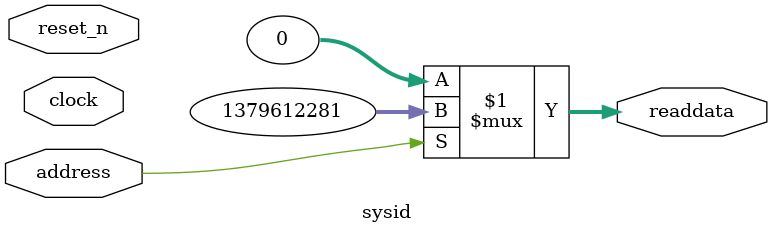
<source format=v>

`timescale 1ns / 1ps
// synthesis translate_on

// turn off superfluous verilog processor warnings 
// altera message_level Level1 
// altera message_off 10034 10035 10036 10037 10230 10240 10030 

module sysid (
               // inputs:
                address,
                clock,
                reset_n,

               // outputs:
                readdata
             )
;

  output  [ 31: 0] readdata;
  input            address;
  input            clock;
  input            reset_n;

  wire    [ 31: 0] readdata;
  //control_slave, which is an e_avalon_slave
  assign readdata = address ? 1379612281 : 0;

endmodule


</source>
